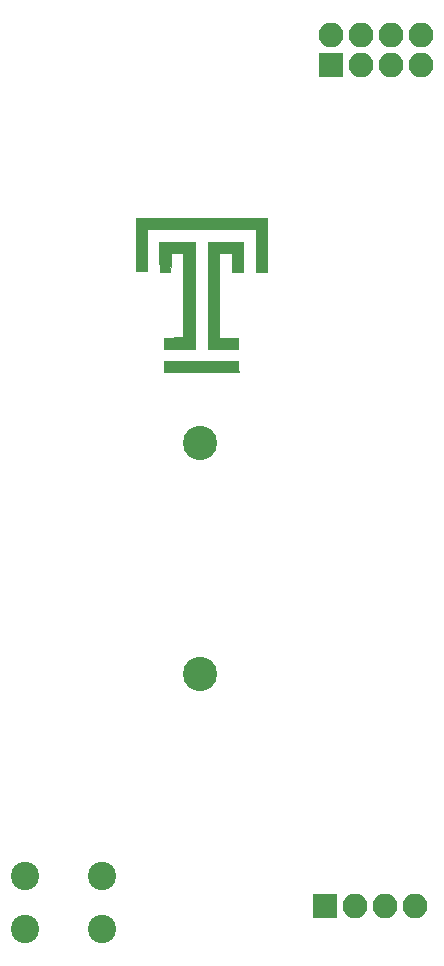
<source format=gbr>
G04 #@! TF.GenerationSoftware,KiCad,Pcbnew,(5.0.0)*
G04 #@! TF.CreationDate,2019-02-18T20:12:55-05:00*
G04 #@! TF.ProjectId,WS2812B Tiny T,575332383132422054696E7920542E6B,rev?*
G04 #@! TF.SameCoordinates,Original*
G04 #@! TF.FileFunction,Soldermask,Bot*
G04 #@! TF.FilePolarity,Negative*
%FSLAX46Y46*%
G04 Gerber Fmt 4.6, Leading zero omitted, Abs format (unit mm)*
G04 Created by KiCad (PCBNEW (5.0.0)) date 02/18/19 20:12:55*
%MOMM*%
%LPD*%
G01*
G04 APERTURE LIST*
%ADD10C,0.010000*%
%ADD11C,2.900000*%
%ADD12O,2.100000X2.100000*%
%ADD13R,2.100000X2.100000*%
%ADD14C,2.400000*%
G04 APERTURE END LIST*
D10*
G04 #@! TO.C,G\002A\002A\002A*
G36*
X165785800Y-80746600D02*
X165785800Y-85217000D01*
X166255049Y-85231597D01*
X166724297Y-85246195D01*
X166737649Y-83453597D01*
X166751000Y-81661000D01*
X175945800Y-81661000D01*
X175972484Y-85293200D01*
X176936400Y-85293200D01*
X176936400Y-80720752D01*
X165785800Y-80746600D01*
X165785800Y-80746600D01*
G37*
X165785800Y-80746600D02*
X165785800Y-85217000D01*
X166255049Y-85231597D01*
X166724297Y-85246195D01*
X166737649Y-83453597D01*
X166751000Y-81661000D01*
X175945800Y-81661000D01*
X175972484Y-85293200D01*
X176936400Y-85293200D01*
X176936400Y-80720752D01*
X165785800Y-80746600D01*
G36*
X167804213Y-84010499D02*
X167817800Y-85267800D01*
X168732200Y-85267800D01*
X168746224Y-84493100D01*
X168760247Y-83718400D01*
X169824400Y-83718400D01*
X169824400Y-90827820D01*
X168224200Y-90855800D01*
X168194988Y-91795600D01*
X170789600Y-91795600D01*
X170789600Y-82753200D01*
X169290113Y-82753199D01*
X167790626Y-82753199D01*
X167804213Y-84010499D01*
X167804213Y-84010499D01*
G37*
X167804213Y-84010499D02*
X167817800Y-85267800D01*
X168732200Y-85267800D01*
X168746224Y-84493100D01*
X168760247Y-83718400D01*
X169824400Y-83718400D01*
X169824400Y-90827820D01*
X168224200Y-90855800D01*
X168194988Y-91795600D01*
X170789600Y-91795600D01*
X170789600Y-82753200D01*
X169290113Y-82753199D01*
X167790626Y-82753199D01*
X167804213Y-84010499D01*
G36*
X171906050Y-82778600D02*
X171906084Y-91799182D01*
X173181495Y-91810091D01*
X173530096Y-91812101D01*
X173843188Y-91812045D01*
X174107051Y-91810078D01*
X174307967Y-91806355D01*
X174432217Y-91801030D01*
X174467262Y-91795600D01*
X174471076Y-91736711D01*
X174472476Y-91600861D01*
X174471320Y-91412661D01*
X174469985Y-91320810D01*
X174462353Y-90871420D01*
X173667377Y-90878545D01*
X172872400Y-90885670D01*
X172872400Y-83718400D01*
X173939200Y-83718400D01*
X173939200Y-85293200D01*
X174904400Y-85293200D01*
X174904400Y-82751688D01*
X171906050Y-82778600D01*
X171906050Y-82778600D01*
G37*
X171906050Y-82778600D02*
X171906084Y-91799182D01*
X173181495Y-91810091D01*
X173530096Y-91812101D01*
X173843188Y-91812045D01*
X174107051Y-91810078D01*
X174307967Y-91806355D01*
X174432217Y-91801030D01*
X174467262Y-91795600D01*
X174471076Y-91736711D01*
X174472476Y-91600861D01*
X174471320Y-91412661D01*
X174469985Y-91320810D01*
X174462353Y-90871420D01*
X173667377Y-90878545D01*
X172872400Y-90885670D01*
X172872400Y-83718400D01*
X173939200Y-83718400D01*
X173939200Y-85293200D01*
X174904400Y-85293200D01*
X174904400Y-82751688D01*
X171906050Y-82778600D01*
G36*
X168198800Y-93776800D02*
X174511294Y-93776800D01*
X174479806Y-93586300D01*
X174460761Y-93417805D01*
X174449249Y-93213658D01*
X174447760Y-93129100D01*
X174447200Y-92862400D01*
X168198800Y-92862400D01*
X168198800Y-93776800D01*
X168198800Y-93776800D01*
G37*
X168198800Y-93776800D02*
X174511294Y-93776800D01*
X174479806Y-93586300D01*
X174460761Y-93417805D01*
X174449249Y-93213658D01*
X174447760Y-93129100D01*
X174447200Y-92862400D01*
X168198800Y-92862400D01*
X168198800Y-93776800D01*
G04 #@! TD*
D11*
G04 #@! TO.C,J1*
X171200000Y-99800000D03*
X171200000Y-119300000D03*
G04 #@! TD*
D12*
G04 #@! TO.C,J2*
X189420000Y-139000000D03*
X186880000Y-139000000D03*
X184340000Y-139000000D03*
D13*
X181800000Y-139000000D03*
G04 #@! TD*
D14*
G04 #@! TO.C,SW1*
X162900000Y-136400000D03*
X162900000Y-140900000D03*
X156400000Y-136400000D03*
X156400000Y-140900000D03*
G04 #@! TD*
D12*
G04 #@! TO.C,J3*
X189988000Y-65231000D03*
X189988000Y-67771000D03*
X187448000Y-65231000D03*
X187448000Y-67771000D03*
X184908000Y-65231000D03*
X184908000Y-67771000D03*
X182368000Y-65231000D03*
D13*
X182368000Y-67771000D03*
G04 #@! TD*
M02*

</source>
